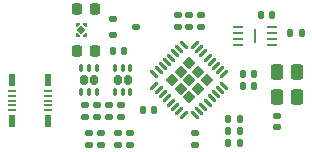
<source format=gbr>
%TF.GenerationSoftware,KiCad,Pcbnew,9.0.2*%
%TF.CreationDate,2025-06-09T11:48:46-05:00*%
%TF.ProjectId,ICEBATS384,49434542-4154-4533-9338-342e6b696361,rev?*%
%TF.SameCoordinates,Original*%
%TF.FileFunction,Paste,Top*%
%TF.FilePolarity,Positive*%
%FSLAX46Y46*%
G04 Gerber Fmt 4.6, Leading zero omitted, Abs format (unit mm)*
G04 Created by KiCad (PCBNEW 9.0.2) date 2025-06-09 11:48:46*
%MOMM*%
%LPD*%
G01*
G04 APERTURE LIST*
G04 Aperture macros list*
%AMRoundRect*
0 Rectangle with rounded corners*
0 $1 Rounding radius*
0 $2 $3 $4 $5 $6 $7 $8 $9 X,Y pos of 4 corners*
0 Add a 4 corners polygon primitive as box body*
4,1,4,$2,$3,$4,$5,$6,$7,$8,$9,$2,$3,0*
0 Add four circle primitives for the rounded corners*
1,1,$1+$1,$2,$3*
1,1,$1+$1,$4,$5*
1,1,$1+$1,$6,$7*
1,1,$1+$1,$8,$9*
0 Add four rect primitives between the rounded corners*
20,1,$1+$1,$2,$3,$4,$5,0*
20,1,$1+$1,$4,$5,$6,$7,0*
20,1,$1+$1,$6,$7,$8,$9,0*
20,1,$1+$1,$8,$9,$2,$3,0*%
%AMRotRect*
0 Rectangle, with rotation*
0 The origin of the aperture is its center*
0 $1 length*
0 $2 width*
0 $3 Rotation angle, in degrees counterclockwise*
0 Add horizontal line*
21,1,$1,$2,0,0,$3*%
%AMFreePoly0*
4,1,6,0.130000,0.115000,0.130000,-0.115000,-0.130000,-0.115000,-0.130000,0.275000,-0.020000,0.275000,0.130000,0.115000,0.130000,0.115000,$1*%
%AMFreePoly1*
4,1,6,0.130000,-0.115000,-0.130000,-0.115000,-0.130000,0.115000,0.020000,0.275000,0.130000,0.275000,0.130000,-0.115000,0.130000,-0.115000,$1*%
G04 Aperture macros list end*
%ADD10RoundRect,0.140000X0.170000X-0.140000X0.170000X0.140000X-0.170000X0.140000X-0.170000X-0.140000X0*%
%ADD11RoundRect,0.147500X-0.172500X0.147500X-0.172500X-0.147500X0.172500X-0.147500X0.172500X0.147500X0*%
%ADD12RoundRect,0.172500X0.172500X-0.232500X0.172500X0.232500X-0.172500X0.232500X-0.172500X-0.232500X0*%
%ADD13RoundRect,0.075000X0.075000X-0.247500X0.075000X0.247500X-0.075000X0.247500X-0.075000X-0.247500X0*%
%ADD14RoundRect,0.225000X-0.225000X-0.250000X0.225000X-0.250000X0.225000X0.250000X-0.225000X0.250000X0*%
%ADD15RoundRect,0.140000X-0.140000X-0.170000X0.140000X-0.170000X0.140000X0.170000X-0.140000X0.170000X0*%
%ADD16RoundRect,0.040000X-0.040000X-0.605000X0.040000X-0.605000X0.040000X0.605000X-0.040000X0.605000X0*%
%ADD17RoundRect,0.062500X-0.387500X-0.062500X0.387500X-0.062500X0.387500X0.062500X-0.387500X0.062500X0*%
%ADD18RoundRect,0.207500X0.000000X-0.293449X0.293449X0.000000X0.000000X0.293449X-0.293449X0.000000X0*%
%ADD19RoundRect,0.062500X-0.220971X-0.309359X0.309359X0.220971X0.220971X0.309359X-0.309359X-0.220971X0*%
%ADD20RoundRect,0.062500X0.220971X-0.309359X0.309359X-0.220971X-0.220971X0.309359X-0.309359X0.220971X0*%
%ADD21RoundRect,0.135000X0.135000X0.185000X-0.135000X0.185000X-0.135000X-0.185000X0.135000X-0.185000X0*%
%ADD22RoundRect,0.140000X0.140000X0.170000X-0.140000X0.170000X-0.140000X-0.170000X0.140000X-0.170000X0*%
%ADD23RoundRect,0.140000X-0.170000X0.140000X-0.170000X-0.140000X0.170000X-0.140000X0.170000X0.140000X0*%
%ADD24RoundRect,0.135000X0.185000X-0.135000X0.185000X0.135000X-0.185000X0.135000X-0.185000X-0.135000X0*%
%ADD25RoundRect,0.112500X-0.237500X0.112500X-0.237500X-0.112500X0.237500X-0.112500X0.237500X0.112500X0*%
%ADD26FreePoly0,0.000000*%
%ADD27FreePoly1,0.000000*%
%ADD28FreePoly0,180.000000*%
%ADD29FreePoly1,180.000000*%
%ADD30RotRect,0.520000X0.520000X225.000000*%
%ADD31R,0.700000X0.220000*%
%ADD32R,0.500000X1.000000*%
%ADD33RoundRect,0.250000X0.300000X-0.400000X0.300000X0.400000X-0.300000X0.400000X-0.300000X-0.400000X0*%
G04 APERTURE END LIST*
D10*
%TO.C,C7*%
X41500000Y-35480000D03*
X41500000Y-34520000D03*
%TD*%
D11*
%TO.C,D4*%
X36500000Y-44515000D03*
X36500000Y-45485000D03*
%TD*%
D12*
%TO.C,Q1*%
X32575000Y-39972500D03*
X33425000Y-39972500D03*
D13*
X32350000Y-41000000D03*
X33000000Y-41000000D03*
X33650000Y-41000000D03*
X33650000Y-38945000D03*
X33000000Y-38945000D03*
X32350000Y-38945000D03*
%TD*%
D14*
%TO.C,C9*%
X31950000Y-34000000D03*
X33500000Y-34000000D03*
%TD*%
D12*
%TO.C,Q2*%
X35425000Y-39972500D03*
X36275000Y-39972500D03*
D13*
X35200000Y-41000000D03*
X35850000Y-41000000D03*
X36500000Y-41000000D03*
X36500000Y-38945000D03*
X35850000Y-38945000D03*
X35200000Y-38945000D03*
%TD*%
D15*
%TO.C,C11*%
X35040000Y-37500000D03*
X36000000Y-37500000D03*
%TD*%
D16*
%TO.C,U2*%
X47075000Y-36250000D03*
D17*
X45650000Y-35500000D03*
X45650000Y-36000000D03*
X45650000Y-36500000D03*
X45650000Y-37000000D03*
X48500000Y-37000000D03*
X48500000Y-36500000D03*
X48500000Y-36000000D03*
X48500000Y-35500000D03*
%TD*%
D18*
%TO.C,U1*%
X40043360Y-40000000D03*
X40771680Y-40728320D03*
X41500000Y-41456640D03*
X40771680Y-39271680D03*
X41500000Y-40000000D03*
X42228320Y-40728320D03*
X41500000Y-38543360D03*
X42228320Y-39271680D03*
X42956640Y-40000000D03*
D19*
X38538990Y-40486136D03*
X38892544Y-40839689D03*
X39246097Y-41193243D03*
X39599651Y-41546796D03*
X39953204Y-41900349D03*
X40306757Y-42253903D03*
X40660311Y-42607456D03*
X41013864Y-42961010D03*
D20*
X41986136Y-42961010D03*
X42339689Y-42607456D03*
X42693243Y-42253903D03*
X43046796Y-41900349D03*
X43400349Y-41546796D03*
X43753903Y-41193243D03*
X44107456Y-40839689D03*
X44461010Y-40486136D03*
D19*
X44461010Y-39513864D03*
X44107456Y-39160311D03*
X43753903Y-38806757D03*
X43400349Y-38453204D03*
X43046796Y-38099651D03*
X42693243Y-37746097D03*
X42339689Y-37392544D03*
X41986136Y-37038990D03*
D20*
X41013864Y-37038990D03*
X40660311Y-37392544D03*
X40306757Y-37746097D03*
X39953204Y-38099651D03*
X39599651Y-38453204D03*
X39246097Y-38806757D03*
X38892544Y-39160311D03*
X38538990Y-39513864D03*
%TD*%
D21*
%TO.C,R3*%
X45800000Y-44300000D03*
X44780000Y-44300000D03*
%TD*%
%TO.C,R1*%
X45800000Y-43300000D03*
X44780000Y-43300000D03*
%TD*%
D22*
%TO.C,C5*%
X38500000Y-42500000D03*
X37540000Y-42500000D03*
%TD*%
D21*
%TO.C,R4*%
X51010000Y-36000000D03*
X49990000Y-36000000D03*
%TD*%
D11*
%TO.C,D2*%
X34000000Y-44515000D03*
X34000000Y-45485000D03*
%TD*%
D23*
%TO.C,C4*%
X42000000Y-44500000D03*
X42000000Y-45460000D03*
%TD*%
D22*
%TO.C,C8*%
X48500000Y-34500000D03*
X47540000Y-34500000D03*
%TD*%
D11*
%TO.C,D3*%
X35500000Y-44515000D03*
X35500000Y-45485000D03*
%TD*%
D24*
%TO.C,R6*%
X33686790Y-43153711D03*
X33686790Y-42133711D03*
%TD*%
D15*
%TO.C,C3*%
X46040000Y-39500000D03*
X47000000Y-39500000D03*
%TD*%
D23*
%TO.C,C12*%
X48900000Y-43000000D03*
X48900000Y-43960000D03*
%TD*%
D24*
%TO.C,R5*%
X32686790Y-43153711D03*
X32686790Y-42133711D03*
%TD*%
D11*
%TO.C,D1*%
X33000000Y-44515000D03*
X33000000Y-45485000D03*
%TD*%
D14*
%TO.C,C10*%
X31950000Y-37500000D03*
X33500000Y-37500000D03*
%TD*%
D25*
%TO.C,U3*%
X35000000Y-34850000D03*
X35000000Y-36150000D03*
X37000000Y-35500000D03*
%TD*%
D26*
%TO.C,U4*%
X32039627Y-36240502D03*
D27*
X32689627Y-36240502D03*
D28*
X32689627Y-35270502D03*
D29*
X32039627Y-35270502D03*
D30*
X32364627Y-35755502D03*
%TD*%
D24*
%TO.C,R8*%
X35686790Y-43153711D03*
X35686790Y-42133711D03*
%TD*%
D31*
%TO.C,J1*%
X29549999Y-42550005D03*
X29549999Y-42150003D03*
X29549999Y-41750004D03*
X29549999Y-41350005D03*
X29549999Y-40950003D03*
X26450001Y-42550005D03*
X26450001Y-42150003D03*
X26450001Y-41750004D03*
X26450001Y-41350005D03*
X26450001Y-40950003D03*
D32*
X29500000Y-43500000D03*
X29500000Y-40000008D03*
X26500000Y-43500000D03*
X26500000Y-40000008D03*
%TD*%
D15*
%TO.C,C2*%
X46040000Y-40500000D03*
X47000000Y-40500000D03*
%TD*%
D10*
%TO.C,C1*%
X42500000Y-35480000D03*
X42500000Y-34520000D03*
%TD*%
D24*
%TO.C,R7*%
X34686790Y-43153711D03*
X34686790Y-42133711D03*
%TD*%
D21*
%TO.C,R2*%
X45800000Y-45300000D03*
X44780000Y-45300000D03*
%TD*%
D33*
%TO.C,Y1*%
X50599651Y-41453204D03*
X50599651Y-39353204D03*
X48949651Y-39353204D03*
X48949651Y-41453204D03*
%TD*%
D10*
%TO.C,C6*%
X40500000Y-35480000D03*
X40500000Y-34520000D03*
%TD*%
M02*

</source>
